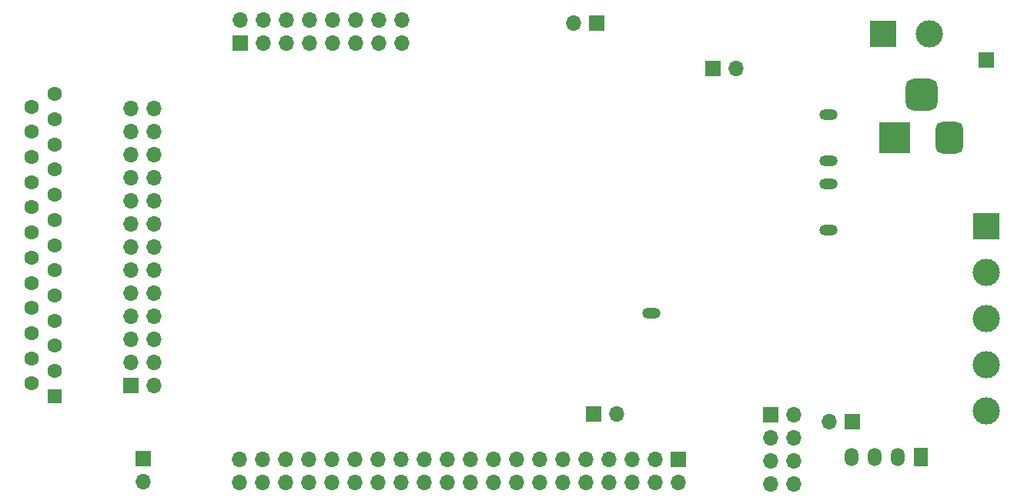
<source format=gbr>
G04 #@! TF.GenerationSoftware,KiCad,Pcbnew,8.0.1*
G04 #@! TF.CreationDate,2024-05-09T19:23:35+02:00*
G04 #@! TF.ProjectId,FluCom5,466c7543-6f6d-4352-9e6b-696361645f70,5.1*
G04 #@! TF.SameCoordinates,Original*
G04 #@! TF.FileFunction,Soldermask,Bot*
G04 #@! TF.FilePolarity,Negative*
%FSLAX46Y46*%
G04 Gerber Fmt 4.6, Leading zero omitted, Abs format (unit mm)*
G04 Created by KiCad (PCBNEW 8.0.1) date 2024-05-09 19:23:35*
%MOMM*%
%LPD*%
G01*
G04 APERTURE LIST*
G04 Aperture macros list*
%AMRoundRect*
0 Rectangle with rounded corners*
0 $1 Rounding radius*
0 $2 $3 $4 $5 $6 $7 $8 $9 X,Y pos of 4 corners*
0 Add a 4 corners polygon primitive as box body*
4,1,4,$2,$3,$4,$5,$6,$7,$8,$9,$2,$3,0*
0 Add four circle primitives for the rounded corners*
1,1,$1+$1,$2,$3*
1,1,$1+$1,$4,$5*
1,1,$1+$1,$6,$7*
1,1,$1+$1,$8,$9*
0 Add four rect primitives between the rounded corners*
20,1,$1+$1,$2,$3,$4,$5,0*
20,1,$1+$1,$4,$5,$6,$7,0*
20,1,$1+$1,$6,$7,$8,$9,0*
20,1,$1+$1,$8,$9,$2,$3,0*%
G04 Aperture macros list end*
%ADD10R,1.700000X1.700000*%
%ADD11O,1.700000X1.700000*%
%ADD12R,3.500000X3.500000*%
%ADD13RoundRect,0.750000X0.750000X1.000000X-0.750000X1.000000X-0.750000X-1.000000X0.750000X-1.000000X0*%
%ADD14RoundRect,0.875000X0.875000X0.875000X-0.875000X0.875000X-0.875000X-0.875000X0.875000X-0.875000X0*%
%ADD15R,3.000000X3.000000*%
%ADD16C,3.000000*%
%ADD17R,1.500000X2.000000*%
%ADD18O,1.500000X2.000000*%
%ADD19R,1.600000X1.600000*%
%ADD20C,1.600000*%
%ADD21O,2.000000X1.200000*%
G04 APERTURE END LIST*
D10*
X133000000Y-135500000D03*
D11*
X133000000Y-138040000D03*
X130460000Y-135500000D03*
X130460000Y-138040000D03*
X127920000Y-135500000D03*
X127920000Y-138040000D03*
X125380000Y-135500000D03*
X125380000Y-138040000D03*
X122840000Y-135500000D03*
X122840000Y-138040000D03*
X120300000Y-135500000D03*
X120300000Y-138040000D03*
X117760000Y-135500000D03*
X117760000Y-138040000D03*
X115220000Y-135500000D03*
X115220000Y-138040000D03*
X112680000Y-135500000D03*
X112680000Y-138040000D03*
X110140000Y-135500000D03*
X110140000Y-138040000D03*
X107600000Y-135500000D03*
X107600000Y-138040000D03*
X105060000Y-135500000D03*
X105060000Y-138040000D03*
X102520000Y-135500000D03*
X102520000Y-138040000D03*
X99980000Y-135500000D03*
X99980000Y-138040000D03*
X97440000Y-135500000D03*
X97440000Y-138040000D03*
X94900000Y-135500000D03*
X94900000Y-138040000D03*
X92360000Y-135500000D03*
X92360000Y-138040000D03*
X89820000Y-135500000D03*
X89820000Y-138040000D03*
X87280000Y-135500000D03*
X87280000Y-138040000D03*
X84740000Y-135500000D03*
X84740000Y-138040000D03*
D10*
X72785000Y-127325000D03*
D11*
X72785000Y-124785000D03*
X72785000Y-122245000D03*
X72785000Y-119705000D03*
X72785000Y-117165000D03*
X72785000Y-114625000D03*
X72785000Y-112085000D03*
X72785000Y-109545000D03*
X72785000Y-107005000D03*
X72785000Y-104465000D03*
X72785000Y-101925000D03*
X72785000Y-99385000D03*
X72785000Y-96845000D03*
X75325000Y-127325000D03*
X75325000Y-124785000D03*
X75325000Y-122245000D03*
X75325000Y-119705000D03*
X75325000Y-117165000D03*
X75325000Y-114625000D03*
X75325000Y-112085000D03*
X75325000Y-109545000D03*
X75325000Y-107005000D03*
X75325000Y-104465000D03*
X75325000Y-101925000D03*
X75325000Y-99385000D03*
X75325000Y-96845000D03*
D12*
X156814000Y-100050000D03*
D13*
X162814000Y-100050000D03*
D14*
X159814000Y-95350000D03*
D15*
X166900000Y-109825000D03*
D16*
X166900000Y-114905000D03*
X166900000Y-119985000D03*
X166900000Y-125065000D03*
X166900000Y-130145000D03*
D15*
X155560000Y-88700000D03*
D16*
X160640000Y-88700000D03*
D10*
X152146000Y-131300000D03*
D11*
X149606000Y-131300000D03*
D10*
X166925000Y-91525000D03*
D17*
X159650000Y-135225000D03*
D18*
X157110000Y-135225000D03*
X154570000Y-135225000D03*
X152030000Y-135225000D03*
D19*
X64450000Y-128525000D03*
D20*
X64450000Y-125755000D03*
X64450000Y-122985000D03*
X64450000Y-120215000D03*
X64450000Y-117445000D03*
X64450000Y-114675000D03*
X64450000Y-111905000D03*
X64450000Y-109135000D03*
X64450000Y-106365000D03*
X64450000Y-103595000D03*
X64450000Y-100825000D03*
X64450000Y-98055000D03*
X64450000Y-95285000D03*
X61910000Y-127140000D03*
X61910000Y-124370000D03*
X61910000Y-121600000D03*
X61910000Y-118830000D03*
X61910000Y-116060000D03*
X61910000Y-113290000D03*
X61910000Y-110520000D03*
X61910000Y-107750000D03*
X61910000Y-104980000D03*
X61910000Y-102210000D03*
X61910000Y-99440000D03*
X61910000Y-96670000D03*
D10*
X123710000Y-130500000D03*
D11*
X126250000Y-130500000D03*
D10*
X124010000Y-87500000D03*
D11*
X121470000Y-87500000D03*
D10*
X143150000Y-130600000D03*
D11*
X145690000Y-130600000D03*
X143150000Y-133140000D03*
X145690000Y-133140000D03*
X143150000Y-135680000D03*
X145690000Y-135680000D03*
X143150000Y-138220000D03*
X145690000Y-138220000D03*
D10*
X84836000Y-89662000D03*
D11*
X84836000Y-87122000D03*
X87376000Y-89662000D03*
X87376000Y-87122000D03*
X89916000Y-89662000D03*
X89916000Y-87122000D03*
X92456000Y-89662000D03*
X92456000Y-87122000D03*
X94996000Y-89662000D03*
X94996000Y-87122000D03*
X97536000Y-89662000D03*
X97536000Y-87122000D03*
X100076000Y-89662000D03*
X100076000Y-87122000D03*
X102616000Y-89662000D03*
X102616000Y-87122000D03*
D21*
X149500000Y-97590000D03*
X149500000Y-102670000D03*
X149500000Y-105210000D03*
X149500000Y-110290000D03*
X130094000Y-119434000D03*
D10*
X136825000Y-92450000D03*
D11*
X139365000Y-92450000D03*
D10*
X74200000Y-135425000D03*
D11*
X74200000Y-137965000D03*
M02*

</source>
